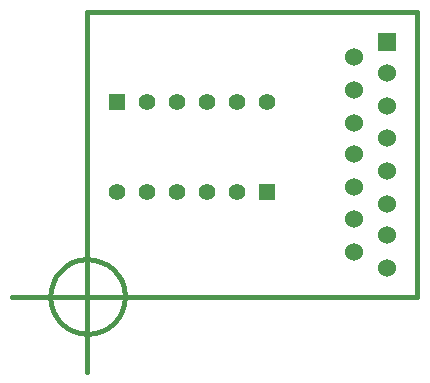
<source format=gtl>
G04 (created by PCBNEW-RS274X (2012-01-19 BZR 3256)-stable) date 07/08/2012 22:35:22*
G01*
G70*
G90*
%MOIN*%
G04 Gerber Fmt 3.4, Leading zero omitted, Abs format*
%FSLAX34Y34*%
G04 APERTURE LIST*
%ADD10C,0.006000*%
%ADD11C,0.015000*%
%ADD12R,0.060000X0.060000*%
%ADD13C,0.060000*%
%ADD14R,0.055000X0.055000*%
%ADD15C,0.055000*%
G04 APERTURE END LIST*
G54D10*
G54D11*
X31250Y-24500D02*
X31226Y-24742D01*
X31155Y-24976D01*
X31041Y-25191D01*
X30886Y-25380D01*
X30698Y-25536D01*
X30484Y-25652D01*
X30251Y-25724D01*
X30008Y-25749D01*
X29766Y-25727D01*
X29532Y-25658D01*
X29316Y-25545D01*
X29126Y-25393D01*
X28969Y-25206D01*
X28852Y-24992D01*
X28778Y-24759D01*
X28751Y-24517D01*
X28771Y-24275D01*
X28838Y-24040D01*
X28950Y-23823D01*
X29101Y-23632D01*
X29287Y-23474D01*
X29500Y-23355D01*
X29732Y-23280D01*
X29974Y-23251D01*
X30217Y-23269D01*
X30452Y-23335D01*
X30669Y-23445D01*
X30862Y-23595D01*
X31021Y-23780D01*
X31141Y-23992D01*
X31218Y-24224D01*
X31249Y-24466D01*
X31250Y-24500D01*
X27500Y-24500D02*
X32500Y-24500D01*
X30000Y-22000D02*
X30000Y-27000D01*
X30000Y-15000D02*
X40000Y-15000D01*
X40000Y-15000D02*
X41000Y-15000D01*
X41000Y-15000D02*
X41000Y-24500D01*
X41000Y-24500D02*
X40000Y-24500D01*
X30000Y-24500D02*
X30000Y-15000D01*
X40000Y-24500D02*
X30000Y-24500D01*
G54D12*
X40000Y-16000D03*
G54D13*
X40000Y-17050D03*
X40000Y-18150D03*
X40000Y-19200D03*
X40000Y-20300D03*
X40000Y-21400D03*
X40000Y-22450D03*
X40000Y-23550D03*
X38900Y-16500D03*
X38900Y-17600D03*
X38900Y-18700D03*
X38900Y-19750D03*
X38900Y-20850D03*
X38900Y-21900D03*
X38900Y-23000D03*
G54D14*
X36000Y-21000D03*
G54D15*
X35000Y-21000D03*
X34000Y-21000D03*
X33000Y-21000D03*
X32000Y-21000D03*
X31000Y-21000D03*
G54D14*
X31000Y-18000D03*
G54D15*
X32000Y-18000D03*
X33000Y-18000D03*
X34000Y-18000D03*
X35000Y-18000D03*
X36000Y-18000D03*
M02*

</source>
